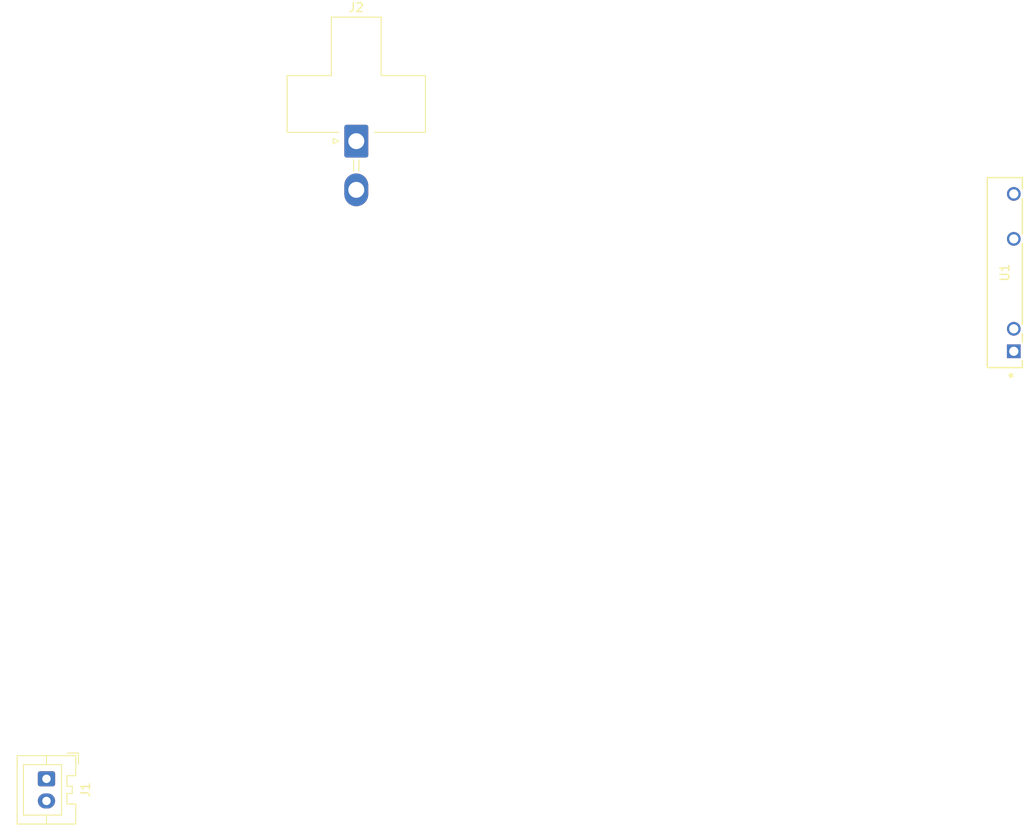
<source format=kicad_pcb>
(kicad_pcb (version 20221018) (generator pcbnew)
  (layers (0 "F.Cu" signal) (31 "B.Cu" signal) (34 "B.Paste" user) (35 "F.Paste" user) (36 "B.SilkS" user "B.Silkscreen") (37 "F.SilkS" user "F.Silkscreen") (38 "B.Mask" user) (39 "F.Mask" user) (44 "Edge.Cuts" user))
  (net 0 "")
  (net 1 "Net-(J1-Pin_2)")
  (net 2 "Net-(J1-Pin_1)")
  (net 3 "Net-(J2-Pin_2)")
  (net 4 "Net-(J2-Pin_1)")
  (footprint "Connector_Molex:Molex_Mini-Fit_Jr_5569-02A1_2x01_P4.20mm_Horizontal" (layer "F.Cu") (at 98.48 39.76)
    (fp_text reference "J2" (at 0 -15.1) (layer "F.SilkS"))
    (fp_text value "Conn_01x02")
    (fp_line (start -7.81 -7.41) (end -7.81 -0.99) (stroke (width 0.12)) (layer "F.SilkS"))
    (fp_line (start -7.81 -0.99) (end -2 -0.99) (stroke (width 0.12)) (layer "F.SilkS"))
    (fp_line (start -2.81 -14.01) (end -2.81 -7.41) (stroke (width 0.12)) (layer "F.SilkS"))
    (fp_line (start -2.81 -7.41) (end -7.81 -7.41) (stroke (width 0.12)) (layer "F.SilkS"))
    (fp_line (start -2.6 -0.3) (end -2 0) (stroke (width 0.12)) (layer "F.SilkS"))
    (fp_line (start -2.6 0.3) (end -2.6 -0.3) (stroke (width 0.12)) (layer "F.SilkS"))
    (fp_line (start -2 0) (end -2.6 0.3) (stroke (width 0.12)) (layer "F.SilkS"))
    (fp_line (start -0.3 2.11) (end -0.3 3.39) (stroke (width 0.12)) (layer "F.SilkS"))
    (fp_line (start 0 -14.01) (end -2.81 -14.01) (stroke (width 0.12)) (layer "F.SilkS"))
    (fp_line (start 0 -14.01) (end 2.81 -14.01) (stroke (width 0.12)) (layer "F.SilkS"))
    (fp_line (start 0.3 2.11) (end 0.3 3.39) (stroke (width 0.12)) (layer "F.SilkS"))
    (fp_line (start 2.81 -14.01) (end 2.81 -7.41) (stroke (width 0.12)) (layer "F.SilkS"))
    (fp_line (start 2.81 -7.41) (end 7.81 -7.41) (stroke (width 0.12)) (layer "F.SilkS"))
    (fp_line (start 7.81 -7.41) (end 7.81 -0.99) (stroke (width 0.12)) (layer "F.SilkS"))
    (fp_line (start 7.81 -0.99) (end 2 -0.99) (stroke (width 0.12)) (layer "F.SilkS"))
    (pad "" np_thru_hole circle (at -4.5 -4.2) (size 3.2 3.2) (drill 3.2) (layers "*.Cu" "*.Mask"))
    (pad "" np_thru_hole circle (at 4.5 -4.2) (size 3.2 3.2) (drill 3.2) (layers "*.Cu" "*.Mask"))
    (pad "1" thru_hole roundrect (at 0 0) (size 2.7 3.7) (drill 1.8) (layers "*.Cu" "*.Mask") (roundrect_rratio 0.092593) (net 4 "Net-(J2-Pin_1)"))
    (pad "2" thru_hole oval (at 0 5.5) (size 2.7 3.7) (drill 1.8) (layers "*.Cu" "*.Mask") (net 3 "Net-(J2-Pin_2)"))
  )
  (footprint "Connector_JST:JST_XA_B02B-XASK-1_1x02_P2.50mm_Vertical" (layer "F.Cu") (at 63.5 111.8 -90)
    (fp_text reference "J1" (at 1.25 -4.4 90) (layer "F.SilkS"))
    (fp_text value "Conn_01x02")
    (fp_line (start -2.91 -3.61) (end -2.91 -2.36) (stroke (width 0.12)) (layer "F.SilkS"))
    (fp_line (start -2.61 -3.31) (end -2.61 3.31) (stroke (width 0.12)) (layer "F.SilkS"))
    (fp_line (start -2.61 0) (end -1.6 0) (stroke (width 0.12)) (layer "F.SilkS"))
    (fp_line (start -2.61 3.31) (end 5.11 3.31) (stroke (width 0.12)) (layer "F.SilkS"))
    (fp_line (start -1.66 -3.61) (end -2.91 -3.61) (stroke (width 0.12)) (layer "F.SilkS"))
    (fp_line (start -1.6 -1.7) (end -1.6 2.6) (stroke (width 0.12)) (layer "F.SilkS"))
    (fp_line (start -1.6 2.6) (end 4.1 2.6) (stroke (width 0.12)) (layer "F.SilkS"))
    (fp_line (start -0.35 -3.31) (end -2.61 -3.31) (stroke (width 0.12)) (layer "F.SilkS"))
    (fp_line (start -0.35 -2.31) (end -0.35 -3.31) (stroke (width 0.12)) (layer "F.SilkS"))
    (fp_line (start 0.85 -2.91) (end 0.85 -2.31) (stroke (width 0.12)) (layer "F.SilkS"))
    (fp_line (start 0.85 -2.31) (end -0.35 -2.31) (stroke (width 0.12)) (layer "F.SilkS"))
    (fp_line (start 1.65 -2.91) (end 0.85 -2.91) (stroke (width 0.12)) (layer "F.SilkS"))
    (fp_line (start 1.65 -2.31) (end 1.65 -2.91) (stroke (width 0.12)) (layer "F.SilkS"))
    (fp_line (start 2.85 -3.31) (end 2.85 -2.31) (stroke (width 0.12)) (layer "F.SilkS"))
    (fp_line (start 2.85 -2.31) (end 1.65 -2.31) (stroke (width 0.12)) (layer "F.SilkS"))
    (fp_line (start 4.1 -1.7) (end -1.6 -1.7) (stroke (width 0.12)) (layer "F.SilkS"))
    (fp_line (start 4.1 2.6) (end 4.1 -1.7) (stroke (width 0.12)) (layer "F.SilkS"))
    (fp_line (start 5.11 -3.31) (end 2.85 -3.31) (stroke (width 0.12)) (layer "F.SilkS"))
    (fp_line (start 5.11 0) (end 4.1 0) (stroke (width 0.12)) (layer "F.SilkS"))
    (fp_line (start 5.11 3.31) (end 5.11 -3.31) (stroke (width 0.12)) (layer "F.SilkS"))
    (pad "1" thru_hole roundrect (at 0 0 270) (size 1.7 1.95) (drill 0.95) (layers "*.Cu" "*.Mask") (roundrect_rratio 0.147059) (net 2 "Net-(J1-Pin_1)"))
    (pad "2" thru_hole oval (at 2.5 0 270) (size 1.7 1.95) (drill 0.95) (layers "*.Cu" "*.Mask") (net 1 "Net-(J1-Pin_2)"))
  )
  (footprint "UTFF_footprints:PAN_AQZ404-SIP4_PAN" (layer "F.Cu") (at 172.72 63.5 90)
    (fp_text reference "U1" (at 8.89 -1.016 90 unlocked) (layer "F.SilkS"))
    (fp_text value "AQZ404")
    (fp_text user "*" (at -2.7305 0 90) (layer "F.SilkS"))
    (fp_text user "*" (at -2.7305 0 90 unlocked) (layer "F.SilkS"))
    (fp_line (start -1.8415 -2.9972) (end -1.8415 0.9652) (stroke (width 0.1524)) (layer "F.SilkS"))
    (fp_line (start -1.8415 0.9652) (end -1.047511 0.9652) (stroke (width 0.1524)) (layer "F.SilkS"))
    (fp_line (start 1.047511 0.9652) (end 1.997034 0.9652) (stroke (width 0.1524)) (layer "F.SilkS"))
    (fp_line (start 3.082966 0.9652) (end 12.157034 0.9652) (stroke (width 0.1524)) (layer "F.SilkS"))
    (fp_line (start 13.242966 0.9652) (end 17.237034 0.9652) (stroke (width 0.1524)) (layer "F.SilkS"))
    (fp_line (start 18.322966 0.9652) (end 19.6215 0.9652) (stroke (width 0.1524)) (layer "F.SilkS"))
    (fp_line (start 19.6215 -2.9972) (end -1.8415 -2.9972) (stroke (width 0.1524)) (layer "F.SilkS"))
    (fp_line (start 19.6215 0.9652) (end 19.6215 -2.9972) (stroke (width 0.1524)) (layer "F.SilkS"))
    (pad "1" thru_hole rect (at 0 0 90) (size 1.5494 1.5494) (drill 1.0414) (layers "*.Cu" "*.Mask") (net 1 "Net-(J1-Pin_2)"))
    (pad "2" thru_hole circle (at 2.54 0 90) (size 1.5494 1.5494) (drill 1.0414) (layers "*.Cu" "*.Mask") (net 2 "Net-(J1-Pin_1)"))
    (pad "3" thru_hole circle (at 12.7 0 90) (size 1.5494 1.5494) (drill 1.0414) (layers "*.Cu" "*.Mask") (net 3 "Net-(J2-Pin_2)"))
    (pad "4" thru_hole circle (at 17.78 0 90) (size 1.5494 1.5494) (drill 1.0414) (layers "*.Cu" "*.Mask") (net 4 "Net-(J2-Pin_1)"))
  )
)
</source>
